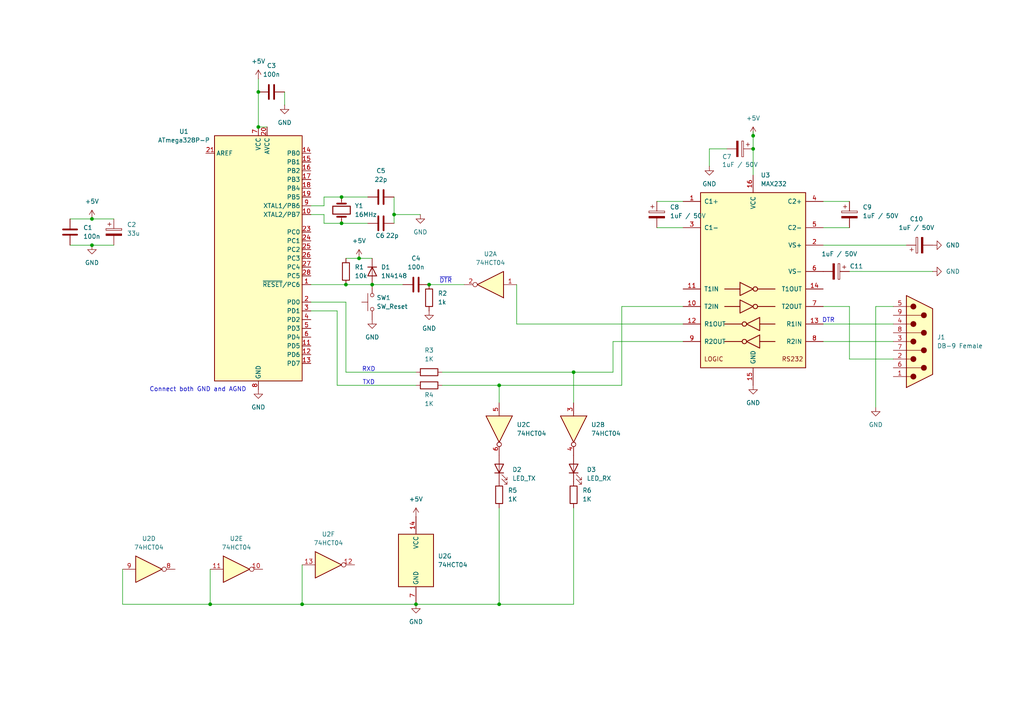
<source format=kicad_sch>
(kicad_sch (version 20231120) (generator "eeschema") (generator_version "8.0")
  (paper "A4")
  (title_block (title "Retroduino") (company "MIT Licensed"))
  (lib_symbols
    (symbol "74xx:74HCT04"
      (property "Reference" "U" (at 0 1.27 0))
      (property "Value" "74HCT04" (at 0 -1.27 0))
      (symbol "74HCT04_1_0"
        (polyline (pts (xy -3.81 3.81) (xy -3.81 -3.81) (xy 3.81 0) (xy -3.81 3.81)) (stroke (width 0.254)) (fill (type background)))
        (pin input line (at -7.62 0 0) (length 3.81) (name "~") (number "1"))
        (pin output inverted (at 7.62 0 180) (length 3.81) (name "~") (number "2"))
      )
      (symbol "74HCT04_2_0"
        (polyline (pts (xy -3.81 3.81) (xy -3.81 -3.81) (xy 3.81 0) (xy -3.81 3.81)) (stroke (width 0.254)) (fill (type background)))
        (pin input line (at -7.62 0 0) (length 3.81) (name "~") (number "3"))
        (pin output inverted (at 7.62 0 180) (length 3.81) (name "~") (number "4"))
      )
      (symbol "74HCT04_3_0"
        (polyline (pts (xy -3.81 3.81) (xy -3.81 -3.81) (xy 3.81 0) (xy -3.81 3.81)) (stroke (width 0.254)) (fill (type background)))
        (pin input line (at -7.62 0 0) (length 3.81) (name "~") (number "5"))
        (pin output inverted (at 7.62 0 180) (length 3.81) (name "~") (number "6"))
      )
      (symbol "74HCT04_4_0"
        (polyline (pts (xy -3.81 3.81) (xy -3.81 -3.81) (xy 3.81 0) (xy -3.81 3.81)) (stroke (width 0.254)) (fill (type background)))
        (pin output inverted (at 7.62 0 180) (length 3.81) (name "~") (number "8"))
        (pin input line (at -7.62 0 0) (length 3.81) (name "~") (number "9"))
      )
      (symbol "74HCT04_5_0"
        (polyline (pts (xy -3.81 3.81) (xy -3.81 -3.81) (xy 3.81 0) (xy -3.81 3.81)) (stroke (width 0.254)) (fill (type background)))
        (pin output inverted (at 7.62 0 180) (length 3.81) (name "~") (number "10"))
        (pin input line (at -7.62 0 0) (length 3.81) (name "~") (number "11"))
      )
      (symbol "74HCT04_6_0"
        (polyline (pts (xy -3.81 3.81) (xy -3.81 -3.81) (xy 3.81 0) (xy -3.81 3.81)) (stroke (width 0.254)) (fill (type background)))
        (pin output inverted (at 7.62 0 180) (length 3.81) (name "~") (number "12"))
        (pin input line (at -7.62 0 0) (length 3.81) (name "~") (number "13"))
      )
      (symbol "74HCT04_7_0"
        (pin power_in line (at 0 12.7 270) (length 5.08) (name "VCC") (number "14"))
        (pin power_in line (at 0 -12.7 90) (length 5.08) (name "GND") (number "7"))
      )
      (symbol "74HCT04_7_1"
        (rectangle (start -5.08 7.62) (end 5.08 -7.62) (stroke (width 0.254)) (fill (type background)))
      )
    )
    (symbol "Connector:DE9_Plug" (pin_names (offset 1.016) hide)
      (property "Reference" "J" (at 0 13.97 0))
      (property "Value" "DE9_Plug" (at 0 -14.605 0))
      (symbol "DE9_Plug_0_1"
        (circle (center -1.778 -10.16) (radius 0.762) (fill (type outline)))
        (circle (center -1.778 -5.08) (radius 0.762) (fill (type outline)))
        (circle (center -1.778 0) (radius 0.762) (fill (type outline)))
        (circle (center -1.778 5.08) (radius 0.762) (fill (type outline)))
        (circle (center -1.778 10.16) (radius 0.762) (fill (type outline)))
        (polyline (pts (xy -3.81 -10.16) (xy -2.54 -10.16)))
        (polyline (pts (xy -3.81 -7.62) (xy 0.508 -7.62)))
        (polyline (pts (xy -3.81 -5.08) (xy -2.54 -5.08)))
        (polyline (pts (xy -3.81 -2.54) (xy 0.508 -2.54)))
        (polyline (pts (xy -3.81 0) (xy -2.54 0)))
        (polyline (pts (xy -3.81 2.54) (xy 0.508 2.54)))
        (polyline (pts (xy -3.81 5.08) (xy -2.54 5.08)))
        (polyline (pts (xy -3.81 7.62) (xy 0.508 7.62)))
        (polyline (pts (xy -3.81 10.16) (xy -2.54 10.16)))
        (polyline (pts (xy -3.81 -13.335) (xy -3.81 13.335) (xy 3.81 9.525) (xy 3.81 -9.525) (xy -3.81 -13.335)) (stroke (width 0.254)) (fill (type background)))
        (circle (center 1.27 -7.62) (radius 0.762) (fill (type outline)))
        (circle (center 1.27 -2.54) (radius 0.762) (fill (type outline)))
        (circle (center 1.27 2.54) (radius 0.762) (fill (type outline)))
        (circle (center 1.27 7.62) (radius 0.762) (fill (type outline)))
      )
      (symbol "DE9_Plug_1_1"
        (pin passive line (at -7.62 -10.16 0) (length 3.81) (name "1") (number "1"))
        (pin passive line (at -7.62 -5.08 0) (length 3.81) (name "2") (number "2"))
        (pin passive line (at -7.62 0 0) (length 3.81) (name "3") (number "3"))
        (pin passive line (at -7.62 5.08 0) (length 3.81) (name "4") (number "4"))
        (pin passive line (at -7.62 10.16 0) (length 3.81) (name "5") (number "5"))
        (pin passive line (at -7.62 -7.62 0) (length 3.81) (name "6") (number "6"))
        (pin passive line (at -7.62 -2.54 0) (length 3.81) (name "7") (number "7"))
        (pin passive line (at -7.62 2.54 0) (length 3.81) (name "8") (number "8"))
        (pin passive line (at -7.62 7.62 0) (length 3.81) (name "9") (number "9"))
      )
    )
    (symbol "Device:C" (pin_numbers hide) (pin_names (offset 0.254))
      (property "Reference" "C" (at 0.635 2.54 0))
      (property "Value" "C" (at 0.635 -2.54 0))
      (symbol "C_0_1"
        (polyline (pts (xy -2.032 -0.762) (xy 2.032 -0.762)) (stroke (width 0.508)))
        (polyline (pts (xy -2.032 0.762) (xy 2.032 0.762)) (stroke (width 0.508)))
      )
      (symbol "C_1_1"
        (pin passive line (at 0 3.81 270) (length 2.794) (name "~") (number "1"))
        (pin passive line (at 0 -3.81 90) (length 2.794) (name "~") (number "2"))
      )
    )
    (symbol "Device:C_Polarized" (pin_numbers hide) (pin_names (offset 0.254))
      (property "Reference" "C" (at 0.635 2.54 0))
      (property "Value" "C_Polarized" (at 0.635 -2.54 0))
      (symbol "C_Polarized_0_1"
        (rectangle (start -2.286 0.508) (end 2.286 1.016))
        (polyline (pts (xy -1.778 2.286) (xy -0.762 2.286)))
        (polyline (pts (xy -1.27 2.794) (xy -1.27 1.778)))
        (rectangle (start 2.286 -0.508) (end -2.286 -1.016) (fill (type outline)))
      )
      (symbol "C_Polarized_1_1"
        (pin passive line (at 0 3.81 270) (length 2.794) (name "~") (number "1"))
        (pin passive line (at 0 -3.81 90) (length 2.794) (name "~") (number "2"))
      )
    )
    (symbol "Device:Crystal" (pin_numbers hide) (pin_names (offset 1.016) hide)
      (property "Reference" "Y" (at 0 3.81 0))
      (property "Value" "Crystal" (at 0 -3.81 0))
      (symbol "Crystal_0_1"
        (rectangle (start -1.143 2.54) (end 1.143 -2.54) (stroke (width 0.3048)))
        (polyline (pts (xy -2.54 0) (xy -1.905 0)))
        (polyline (pts (xy -1.905 -1.27) (xy -1.905 1.27)) (stroke (width 0.508)))
        (polyline (pts (xy 1.905 -1.27) (xy 1.905 1.27)) (stroke (width 0.508)))
        (polyline (pts (xy 2.54 0) (xy 1.905 0)))
      )
      (symbol "Crystal_1_1"
        (pin passive line (at -3.81 0 0) (length 1.27) (name "1") (number "1"))
        (pin passive line (at 3.81 0 180) (length 1.27) (name "2") (number "2"))
      )
    )
    (symbol "Device:D" (pin_numbers hide) (pin_names (offset 1.016) hide)
      (property "Reference" "D" (at 0 2.54 0))
      (property "Value" "D" (at 0 -2.54 0))
      (symbol "D_0_1"
        (polyline (pts (xy -1.27 1.27) (xy -1.27 -1.27)) (stroke (width 0.254)))
        (polyline (pts (xy 1.27 0) (xy -1.27 0)))
        (polyline (pts (xy 1.27 1.27) (xy 1.27 -1.27) (xy -1.27 0) (xy 1.27 1.27)) (stroke (width 0.254)))
      )
      (symbol "D_1_1"
        (pin passive line (at -3.81 0 0) (length 2.54) (name "K") (number "1"))
        (pin passive line (at 3.81 0 180) (length 2.54) (name "A") (number "2"))
      )
    )
    (symbol "Device:LED" (pin_numbers hide) (pin_names (offset 1.016) hide)
      (property "Reference" "D" (at 0 2.54 0))
      (property "Value" "LED" (at 0 -2.54 0))
      (symbol "LED_0_1"
        (polyline (pts (xy -1.27 -1.27) (xy -1.27 1.27)) (stroke (width 0.254)))
        (polyline (pts (xy -1.27 0) (xy 1.27 0)))
        (polyline (pts (xy 1.27 -1.27) (xy 1.27 1.27) (xy -1.27 0) (xy 1.27 -1.27)) (stroke (width 0.254)))
        (polyline (pts (xy -3.048 -0.762) (xy -4.572 -2.286) (xy -3.81 -2.286) (xy -4.572 -2.286) (xy -4.572 -1.524)))
        (polyline (pts (xy -1.778 -0.762) (xy -3.302 -2.286) (xy -2.54 -2.286) (xy -3.302 -2.286) (xy -3.302 -1.524)))
      )
      (symbol "LED_1_1"
        (pin passive line (at -3.81 0 0) (length 2.54) (name "K") (number "1"))
        (pin passive line (at 3.81 0 180) (length 2.54) (name "A") (number "2"))
      )
    )
    (symbol "Device:R" (pin_numbers hide) (pin_names (offset 0))
      (property "Reference" "R" (at 2.032 0 90))
      (property "Value" "R" (at 0 0 90))
      (symbol "R_0_1"
        (rectangle (start -1.016 -2.54) (end 1.016 2.54) (stroke (width 0.254)))
      )
      (symbol "R_1_1"
        (pin passive line (at 0 3.81 270) (length 1.27) (name "~") (number "1"))
        (pin passive line (at 0 -3.81 90) (length 1.27) (name "~") (number "2"))
      )
    )
    (symbol "Interface_UART:MAX232" (pin_names (offset 1.016))
      (property "Reference" "U" (at -2.54 28.575 0))
      (property "Value" "MAX232" (at -2.54 26.67 0))
      (symbol "MAX232_0_0"
        (text "LOGIC" (at -11.43 -22.86 0) (effects (font (size 1.27 1.27))))
        (text "RS232" (at 11.43 -22.86 0) (effects (font (size 1.27 1.27))))
      )
      (symbol "MAX232_0_1"
        (rectangle (start -15.24 -25.4) (end 15.24 25.4) (stroke (width 0.254)) (fill (type background)))
        (circle (center -2.54 -17.78) (radius 0.635) (stroke (width 0.254)))
        (circle (center -2.54 -12.7) (radius 0.635) (stroke (width 0.254)))
        (polyline (pts (xy -3.81 -7.62) (xy -8.255 -7.62)) (stroke (width 0.254)))
        (polyline (pts (xy -3.81 -2.54) (xy -8.255 -2.54)) (stroke (width 0.254)))
        (polyline (pts (xy -3.175 -17.78) (xy -8.255 -17.78)) (stroke (width 0.254)))
        (polyline (pts (xy -3.175 -12.7) (xy -8.255 -12.7)) (stroke (width 0.254)))
        (polyline (pts (xy 1.27 -7.62) (xy 6.35 -7.62)) (stroke (width 0.254)))
        (polyline (pts (xy 1.27 -2.54) (xy 6.35 -2.54)) (stroke (width 0.254)))
        (polyline (pts (xy 1.905 -17.78) (xy 6.35 -17.78)) (stroke (width 0.254)))
        (polyline (pts (xy 1.905 -12.7) (xy 6.35 -12.7)) (stroke (width 0.254)))
        (polyline (pts (xy -3.81 -5.715) (xy -3.81 -9.525) (xy 0 -7.62) (xy -3.81 -5.715)) (stroke (width 0.254)))
        (polyline (pts (xy -3.81 -0.635) (xy -3.81 -4.445) (xy 0 -2.54) (xy -3.81 -0.635)) (stroke (width 0.254)))
        (polyline (pts (xy 1.905 -15.875) (xy 1.905 -19.685) (xy -1.905 -17.78) (xy 1.905 -15.875)) (stroke (width 0.254)))
        (polyline (pts (xy 1.905 -10.795) (xy 1.905 -14.605) (xy -1.905 -12.7) (xy 1.905 -10.795)) (stroke (width 0.254)))
        (circle (center 0.635 -7.62) (radius 0.635) (stroke (width 0.254)))
        (circle (center 0.635 -2.54) (radius 0.635) (stroke (width 0.254)))
      )
      (symbol "MAX232_1_1"
        (pin passive line (at -20.32 22.86 0) (length 5.08) (name "C1+") (number "1"))
        (pin input line (at -20.32 -7.62 0) (length 5.08) (name "T2IN") (number "10"))
        (pin input line (at -20.32 -2.54 0) (length 5.08) (name "T1IN") (number "11"))
        (pin output line (at -20.32 -12.7 0) (length 5.08) (name "R1OUT") (number "12"))
        (pin input line (at 20.32 -12.7 180) (length 5.08) (name "R1IN") (number "13"))
        (pin output line (at 20.32 -2.54 180) (length 5.08) (name "T1OUT") (number "14"))
        (pin power_in line (at 0 -30.48 90) (length 5.08) (name "GND") (number "15"))
        (pin power_in line (at 0 30.48 270) (length 5.08) (name "VCC") (number "16"))
        (pin power_out line (at 20.32 10.16 180) (length 5.08) (name "VS+") (number "2"))
        (pin passive line (at -20.32 15.24 0) (length 5.08) (name "C1-") (number "3"))
        (pin passive line (at 20.32 22.86 180) (length 5.08) (name "C2+") (number "4"))
        (pin passive line (at 20.32 15.24 180) (length 5.08) (name "C2-") (number "5"))
        (pin power_out line (at 20.32 2.54 180) (length 5.08) (name "VS-") (number "6"))
        (pin output line (at 20.32 -7.62 180) (length 5.08) (name "T2OUT") (number "7"))
        (pin input line (at 20.32 -17.78 180) (length 5.08) (name "R2IN") (number "8"))
        (pin output line (at -20.32 -17.78 0) (length 5.08) (name "R2OUT") (number "9"))
      )
    )
    (symbol "MCU_Microchip_ATmega:ATmega328P-P"
      (property "Reference" "U" (at -12.7 36.83 0))
      (property "Value" "ATmega328P-P" (at 2.54 -36.83 0))
      (symbol "ATmega328P-P_0_1"
        (rectangle (start -12.7 -35.56) (end 12.7 35.56) (stroke (width 0.254)) (fill (type background)))
      )
      (symbol "ATmega328P-P_1_1"
        (pin bidirectional line (at 15.24 -7.62 180) (length 2.54) (name "~{RESET}/PC6") (number "1"))
        (pin bidirectional line (at 15.24 12.7 180) (length 2.54) (name "XTAL2/PB7") (number "10"))
        (pin bidirectional line (at 15.24 -25.4 180) (length 2.54) (name "PD5") (number "11"))
        (pin bidirectional line (at 15.24 -27.94 180) (length 2.54) (name "PD6") (number "12"))
        (pin bidirectional line (at 15.24 -30.48 180) (length 2.54) (name "PD7") (number "13"))
        (pin bidirectional line (at 15.24 30.48 180) (length 2.54) (name "PB0") (number "14"))
        (pin bidirectional line (at 15.24 27.94 180) (length 2.54) (name "PB1") (number "15"))
        (pin bidirectional line (at 15.24 25.4 180) (length 2.54) (name "PB2") (number "16"))
        (pin bidirectional line (at 15.24 22.86 180) (length 2.54) (name "PB3") (number "17"))
        (pin bidirectional line (at 15.24 20.32 180) (length 2.54) (name "PB4") (number "18"))
        (pin bidirectional line (at 15.24 17.78 180) (length 2.54) (name "PB5") (number "19"))
        (pin bidirectional line (at 15.24 -12.7 180) (length 2.54) (name "PD0") (number "2"))
        (pin power_in line (at 2.54 38.1 270) (length 2.54) (name "AVCC") (number "20"))
        (pin passive line (at -15.24 30.48 0) (length 2.54) (name "AREF") (number "21"))
        (pin passive line (at 0 -38.1 90) (length 2.54) hide (name "GND") (number "22"))
        (pin bidirectional line (at 15.24 7.62 180) (length 2.54) (name "PC0") (number "23"))
        (pin bidirectional line (at 15.24 5.08 180) (length 2.54) (name "PC1") (number "24"))
        (pin bidirectional line (at 15.24 2.54 180) (length 2.54) (name "PC2") (number "25"))
        (pin bidirectional line (at 15.24 0 180) (length 2.54) (name "PC3") (number "26"))
        (pin bidirectional line (at 15.24 -2.54 180) (length 2.54) (name "PC4") (number "27"))
        (pin bidirectional line (at 15.24 -5.08 180) (length 2.54) (name "PC5") (number "28"))
        (pin bidirectional line (at 15.24 -15.24 180) (length 2.54) (name "PD1") (number "3"))
        (pin bidirectional line (at 15.24 -17.78 180) (length 2.54) (name "PD2") (number "4"))
        (pin bidirectional line (at 15.24 -20.32 180) (length 2.54) (name "PD3") (number "5"))
        (pin bidirectional line (at 15.24 -22.86 180) (length 2.54) (name "PD4") (number "6"))
        (pin power_in line (at 0 38.1 270) (length 2.54) (name "VCC") (number "7"))
        (pin power_in line (at 0 -38.1 90) (length 2.54) (name "GND") (number "8"))
        (pin bidirectional line (at 15.24 15.24 180) (length 2.54) (name "XTAL1/PB6") (number "9"))
      )
    )
    (symbol "Switch:SW_Push" (pin_numbers hide) (pin_names (offset 1.016) hide)
      (property "Reference" "SW" (at 1.27 2.54 0))
      (property "Value" "SW_Push" (at 0 -1.524 0))
      (symbol "SW_Push_0_1"
        (circle (center -2.032 0) (radius 0.508))
        (polyline (pts (xy 0 1.27) (xy 0 3.048)))
        (polyline (pts (xy 2.54 1.27) (xy -2.54 1.27)))
        (circle (center 2.032 0) (radius 0.508))
        (pin passive line (at -5.08 0 0) (length 2.54) (name "1") (number "1"))
        (pin passive line (at 5.08 0 180) (length 2.54) (name "2") (number "2"))
      )
    )
    (symbol "power:+5V" (power) (pin_numbers hide) (pin_names (offset 0) hide)
      (property "Value" "+5V" (at 0 3.556 0))
      (symbol "+5V_0_1"
        (polyline (pts (xy -0.762 1.27) (xy 0 2.54)))
        (polyline (pts (xy 0 0) (xy 0 2.54)))
        (polyline (pts (xy 0 2.54) (xy 0.762 1.27)))
      )
      (symbol "+5V_1_1"
        (pin power_in line (at 0 0 90) (length 0) (name "~") (number "1"))
      )
    )
    (symbol "power:GND" (power) (pin_numbers hide) (pin_names (offset 0) hide)
      (property "Value" "GND" (at 0 -3.81 0))
      (symbol "GND_0_1"
        (polyline (pts (xy 0 0) (xy 0 -1.27) (xy 1.27 -1.27) (xy 0 -2.54) (xy -1.27 -1.27) (xy 0 -1.27)))
      )
      (symbol "GND_1_1"
        (pin power_in line (at 0 0 270) (length 0) (name "~") (number "1"))
      )
    )
  )
  (junction (at 26.67 71.12))
  (junction (at 74.93 26.67))
  (junction (at 166.37 107.95))
  (junction (at 107.95 82.55))
  (junction (at 218.44 39.37))
  (junction (at 99.06 57.15))
  (junction (at 120.65 175.26))
  (junction (at 60.96 175.26))
  (junction (at 104.14 74.93))
  (junction (at 144.78 175.26))
  (junction (at 26.67 63.5))
  (junction (at 218.44 43.18))
  (junction (at 99.06 64.77))
  (junction (at 144.78 111.76))
  (junction (at 87.63 175.26))
  (junction (at 100.33 82.55))
  (junction (at 124.46 82.55))
  (junction (at 74.93 36.83))
  (junction (at 114.3 62.23))
  (wire (pts (xy 238.76 66.04) (xy 246.38 66.04)))
  (wire (pts (xy 100.33 74.93) (xy 104.14 74.93)))
  (wire (pts (xy 198.12 99.06) (xy 177.8 99.06)))
  (wire (pts (xy 100.33 87.63) (xy 100.33 107.95)))
  (wire (pts (xy 93.98 57.15) (xy 93.98 59.69)))
  (wire (pts (xy 238.76 71.12) (xy 262.89 71.12)))
  (wire (pts (xy 26.67 63.5) (xy 33.02 63.5)))
  (wire (pts (xy 100.33 82.55) (xy 107.95 82.55)))
  (wire (pts (xy 177.8 99.06) (xy 177.8 107.95)))
  (wire (pts (xy 259.08 88.9) (xy 254 88.9)))
  (wire (pts (xy 35.56 165.1) (xy 35.56 175.26)))
  (wire (pts (xy 99.06 64.77) (xy 93.98 64.77)))
  (wire (pts (xy 20.32 71.12) (xy 26.67 71.12)))
  (wire (pts (xy 87.63 175.26) (xy 120.65 175.26)))
  (wire (pts (xy 74.93 26.67) (xy 74.93 36.83)))
  (wire (pts (xy 238.76 93.98) (xy 259.08 93.98)))
  (wire (pts (xy 166.37 175.26) (xy 144.78 175.26)))
  (wire (pts (xy 97.79 90.17) (xy 97.79 111.76)))
  (wire (pts (xy 20.32 63.5) (xy 26.67 63.5)))
  (wire (pts (xy 246.38 88.9) (xy 238.76 88.9)))
  (wire (pts (xy 114.3 57.15) (xy 114.3 62.23)))
  (wire (pts (xy 246.38 78.74) (xy 270.51 78.74)))
  (wire (pts (xy 218.44 38.1) (xy 218.44 39.37)))
  (wire (pts (xy 74.93 22.86) (xy 74.93 26.67)))
  (wire (pts (xy 166.37 147.32) (xy 166.37 175.26)))
  (wire (pts (xy 218.44 39.37) (xy 218.44 43.18)))
  (wire (pts (xy 114.3 62.23) (xy 114.3 64.77)))
  (wire (pts (xy 210.82 43.18) (xy 205.74 43.18)))
  (wire (pts (xy 144.78 175.26) (xy 144.78 147.32)))
  (wire (pts (xy 60.96 175.26) (xy 60.96 165.1)))
  (wire (pts (xy 90.17 90.17) (xy 97.79 90.17)))
  (wire (pts (xy 99.06 57.15) (xy 93.98 57.15)))
  (wire (pts (xy 166.37 107.95) (xy 128.27 107.95)))
  (wire (pts (xy 93.98 59.69) (xy 90.17 59.69)))
  (wire (pts (xy 90.17 87.63) (xy 100.33 87.63)))
  (wire (pts (xy 99.06 64.77) (xy 106.68 64.77)))
  (wire (pts (xy 93.98 62.23) (xy 90.17 62.23)))
  (wire (pts (xy 93.98 64.77) (xy 93.98 62.23)))
  (wire (pts (xy 107.95 82.55) (xy 116.84 82.55)))
  (wire (pts (xy 254 88.9) (xy 254 118.11)))
  (wire (pts (xy 166.37 107.95) (xy 166.37 116.84)))
  (wire (pts (xy 99.06 57.15) (xy 106.68 57.15)))
  (wire (pts (xy 149.86 93.98) (xy 149.86 82.55)))
  (wire (pts (xy 87.63 163.83) (xy 87.63 175.26)))
  (wire (pts (xy 198.12 93.98) (xy 149.86 93.98)))
  (wire (pts (xy 198.12 88.9) (xy 180.34 88.9)))
  (wire (pts (xy 144.78 111.76) (xy 128.27 111.76)))
  (wire (pts (xy 180.34 88.9) (xy 180.34 111.76)))
  (wire (pts (xy 82.55 26.67) (xy 82.55 30.48)))
  (wire (pts (xy 90.17 82.55) (xy 100.33 82.55)))
  (wire (pts (xy 104.14 74.93) (xy 107.95 74.93)))
  (wire (pts (xy 120.65 175.26) (xy 144.78 175.26)))
  (wire (pts (xy 180.34 111.76) (xy 144.78 111.76)))
  (wire (pts (xy 124.46 82.55) (xy 134.62 82.55)))
  (wire (pts (xy 144.78 111.76) (xy 144.78 116.84)))
  (wire (pts (xy 218.44 43.18) (xy 218.44 50.8)))
  (wire (pts (xy 97.79 111.76) (xy 120.65 111.76)))
  (wire (pts (xy 190.5 66.04) (xy 198.12 66.04)))
  (wire (pts (xy 100.33 107.95) (xy 120.65 107.95)))
  (wire (pts (xy 177.8 107.95) (xy 166.37 107.95)))
  (wire (pts (xy 205.74 43.18) (xy 205.74 48.26)))
  (wire (pts (xy 190.5 58.42) (xy 198.12 58.42)))
  (wire (pts (xy 259.08 104.14) (xy 246.38 104.14)))
  (wire (pts (xy 246.38 104.14) (xy 246.38 88.9)))
  (wire (pts (xy 87.63 175.26) (xy 60.96 175.26)))
  (wire (pts (xy 238.76 58.42) (xy 246.38 58.42)))
  (wire (pts (xy 74.93 36.83) (xy 77.47 36.83)))
  (wire (pts (xy 26.67 71.12) (xy 33.02 71.12)))
  (wire (pts (xy 35.56 175.26) (xy 60.96 175.26)))
  (wire (pts (xy 238.76 99.06) (xy 259.08 99.06)))
  (wire (pts (xy 114.3 62.23) (xy 121.92 62.23)))
  (text "~{DTR}" (at 129.286 81.534 0) (effects (font (size 1.27 1.27))))
  (text "RXD\n" (at 106.934 107.188 0) (effects (font (size 1.27 1.27))))
  (text "TXD\n" (at 106.934 110.998 0) (effects (font (size 1.27 1.27))))
  (text "DTR\n" (at 240.284 92.964 0) (effects (font (size 1.27 1.27))))
  (text "Connect both GND and AGND\n" (at 57.404 113.03 0) (effects (font (size 1.27 1.27))))
  (symbol (lib_id "MCU_Microchip_ATmega:ATmega328P-P") (at 74.93 74.93 0) (unit 1)
    (property "Reference" "U1" (at 53.34 38.1314 0))
    (property "Value" "ATmega328P-P" (at 53.34 40.6714 0))
    (property "Footprint" "Package_DIP:DIP-28_W7.62mm" (effects (hide yes)))
    (property "Datasheet" "http://ww1.microchip.com/downloads/en/DeviceDoc/ATmega328_P%20AVR%20MCU%20with%20picoPower%20Technology%20Data%20Sheet%2040001984A.pdf" (effects (hide yes)))
    (property "Description" "20MHz, 32kB Flash, 2kB SRAM, 1kB EEPROM, DIP-28" (effects (hide yes)))
  )
  (symbol (lib_id "Device:R") (at 100.33 78.74 0) (unit 1)
    (property "Reference" "R1" (at 102.87 77.4699 0) (effects (justify left)))
    (property "Value" "10k" (at 102.87 80.0099 0) (effects (justify left)))
    (property "Description" "Resistor" (effects (hide yes)))
  )
  (symbol (lib_id "Device:C") (at 78.74 26.67 90) (unit 1)
    (property "Reference" "C3" (at 78.74 19.05 90))
    (property "Value" "100n" (at 78.74 21.59 90))
    (property "Description" "Unpolarized capacitor" (effects (hide yes)))
  )
  (symbol (lib_id "power:GND") (at 270.51 71.12 90) (unit 1)
    (property "Reference" "#PWR013" (effects (hide yes)))
    (property "Value" "GND" (at 274.32 71.1199 90) (effects (justify right)))
    (property "Description" "Power symbol creates a global label with name \"GND\" , ground" (effects (hide yes)))
  )
  (symbol (lib_id "Device:R") (at 144.78 143.51 0) (unit 1)
    (property "Reference" "R5" (at 147.32 142.2399 0) (effects (justify left)))
    (property "Value" "1K" (at 147.32 144.7799 0) (effects (justify left)))
    (property "Description" "Resistor" (effects (hide yes)))
  )
  (symbol (lib_id "Device:C") (at 120.65 82.55 90) (unit 1)
    (property "Reference" "C4" (at 120.65 74.93 90))
    (property "Value" "100n" (at 120.65 77.47 90))
    (property "Description" "Unpolarized capacitor" (effects (hide yes)))
  )
  (symbol (lib_id "power:GND") (at 107.95 92.71 0) (unit 1)
    (property "Reference" "#PWR08" (effects (hide yes)))
    (property "Value" "GND" (at 107.95 97.79 0))
    (property "Description" "Power symbol creates a global label with name \"GND\" , ground" (effects (hide yes)))
  )
  (symbol (lib_id "power:GND") (at 218.44 111.76 0) (unit 1)
    (property "Reference" "#PWR010" (effects (hide yes)))
    (property "Value" "GND" (at 218.44 116.84 0))
    (property "Description" "Power symbol creates a global label with name \"GND\" , ground" (effects (hide yes)))
  )
  (symbol (lib_id "power:GND") (at 26.67 71.12 0) (unit 1)
    (property "Reference" "#PWR01" (effects (hide yes)))
    (property "Value" "GND" (at 26.67 76.2 0))
    (property "Description" "Power symbol creates a global label with name \"GND\" , ground" (effects (hide yes)))
  )
  (symbol (lib_id "Device:C_Polarized") (at 242.57 78.74 270) (unit 1)
    (property "Reference" "C11" (at 248.412 77.216 90))
    (property "Value" "1uF / 50V" (at 243.459 73.66 90))
    (property "Description" "Polarized capacitor" (effects (hide yes)))
  )
  (symbol (lib_id "power:GND") (at 270.51 78.74 90) (unit 1)
    (property "Reference" "#PWR014" (effects (hide yes)))
    (property "Value" "GND" (at 274.32 78.7399 90) (effects (justify right)))
    (property "Description" "Power symbol creates a global label with name \"GND\" , ground" (effects (hide yes)))
  )
  (symbol (lib_id "74xx:74HCT04") (at 43.18 165.1 0) (unit 4)
    (property "Reference" "U2" (at 43.18 156.21 0))
    (property "Value" "74HCT04" (at 43.18 158.75 0))
    (property "Datasheet" "https://assets.nexperia.com/documents/data-sheet/74HC_HCT04.pdf" (effects (hide yes)))
    (property "Description" "Hex Inverter" (effects (hide yes)))
  )
  (symbol (lib_id "power:+5V") (at 104.14 74.93 0) (unit 1)
    (property "Reference" "#PWR06" (effects (hide yes)))
    (property "Value" "+5V" (at 104.14 69.85 0))
    (property "Description" "Power symbol creates a global label with name \"+5V\"" (effects (hide yes)))
  )
  (symbol (lib_id "power:+5V") (at 120.65 149.86 0) (unit 1)
    (property "Reference" "#PWR017" (effects (hide yes)))
    (property "Value" "+5V" (at 120.65 144.78 0))
    (property "Description" "Power symbol creates a global label with name \"+5V\"" (effects (hide yes)))
  )
  (symbol (lib_id "Interface_UART:MAX232") (at 218.44 81.28 0) (unit 1)
    (property "Reference" "U3" (at 220.6341 50.8 0) (effects (justify left)))
    (property "Value" "MAX232" (at 220.6341 53.34 0) (effects (justify left)))
    (property "Datasheet" "http://www.ti.com/lit/ds/symlink/max232.pdf" (effects (hide yes)))
    (property "Description" "Dual RS232 driver/receiver, 5V supply, 120kb/s, 0C-70C" (effects (hide yes)))
  )
  (symbol (lib_id "74xx:74HCT04") (at 120.65 162.56 0) (unit 7)
    (property "Reference" "U2" (at 127 161.2899 0) (effects (justify left)))
    (property "Value" "74HCT04" (at 127 163.8299 0) (effects (justify left)))
    (property "Datasheet" "https://assets.nexperia.com/documents/data-sheet/74HC_HCT04.pdf" (effects (hide yes)))
    (property "Description" "Hex Inverter" (effects (hide yes)))
  )
  (symbol (lib_id "power:GND") (at 205.74 48.26 0) (unit 1)
    (property "Reference" "#PWR012" (effects (hide yes)))
    (property "Value" "GND" (at 205.74 53.34 0))
    (property "Description" "Power symbol creates a global label with name \"GND\" , ground" (effects (hide yes)))
  )
  (symbol (lib_id "power:GND") (at 124.46 90.17 0) (unit 1)
    (property "Reference" "#PWR07" (effects (hide yes)))
    (property "Value" "GND" (at 124.46 95.25 0))
    (property "Description" "Power symbol creates a global label with name \"GND\" , ground" (effects (hide yes)))
  )
  (symbol (lib_id "Device:D") (at 107.95 78.74 270) (unit 1)
    (property "Reference" "D1" (at 110.49 77.4699 90) (effects (justify left)))
    (property "Value" "1N4148" (at 110.49 80.0099 90) (effects (justify left)))
    (property "Description" "Diode" (effects (hide yes)))
    (property "Sim.Device" "D" (effects (hide yes)))
    (property "Sim.Pins" "1=K 2=A" (effects (hide yes)))
  )
  (symbol (lib_id "Device:C") (at 20.32 67.31 0) (unit 1)
    (property "Reference" "C1" (at 24.13 66.0399 0) (effects (justify left)))
    (property "Value" "100n" (at 24.13 68.5799 0) (effects (justify left)))
    (property "Description" "Unpolarized capacitor" (effects (hide yes)))
  )
  (symbol (lib_id "Device:C_Polarized") (at 266.7 71.12 90) (unit 1)
    (property "Reference" "C10" (at 265.811 63.5 90))
    (property "Value" "1uF / 50V" (at 265.811 66.04 90))
    (property "Description" "Polarized capacitor" (effects (hide yes)))
  )
  (symbol (lib_id "Switch:SW_Push") (at 107.95 87.63 90) (unit 1)
    (property "Reference" "SW1" (at 109.22 86.3599 90) (effects (justify right)))
    (property "Value" "SW_Reset" (at 109.22 88.8999 90) (effects (justify right)))
    (property "Description" "Push button switch, generic, two pins" (effects (hide yes)))
  )
  (symbol (lib_id "Device:Crystal") (at 99.06 60.96 90) (unit 1)
    (property "Reference" "Y1" (at 102.87 59.6899 90) (effects (justify right)))
    (property "Value" "16MHz" (at 102.87 62.2299 90) (effects (justify right)))
    (property "Description" "Two pin crystal" (effects (hide yes)))
  )
  (symbol (lib_id "Device:C_Polarized") (at 190.5 62.23 0) (unit 1)
    (property "Reference" "C8" (at 194.31 60.0709 0) (effects (justify left)))
    (property "Value" "1uF / 50V" (at 194.31 62.6109 0) (effects (justify left)))
    (property "Description" "Polarized capacitor" (effects (hide yes)))
  )
  (symbol (lib_id "Connector:DE9_Plug") (at 266.7 99.06 0) (unit 1)
    (property "Reference" "J1" (at 271.78 97.7899 0) (effects (justify left)))
    (property "Value" "DB-9 Female" (at 271.78 100.3299 0) (effects (justify left)))
    (property "Description" "9-pin male plug pin D-SUB connector" (effects (hide yes)))
  )
  (symbol (lib_id "Device:R") (at 124.46 86.36 0) (unit 1)
    (property "Reference" "R2" (at 127 85.0899 0) (effects (justify left)))
    (property "Value" "1k" (at 127 87.6299 0) (effects (justify left)))
    (property "Description" "Resistor" (effects (hide yes)))
  )
  (symbol (lib_id "Device:R") (at 124.46 107.95 270) (unit 1)
    (property "Reference" "R3" (at 124.46 101.6 90))
    (property "Value" "1K" (at 124.46 104.14 90))
    (property "Description" "Resistor" (effects (hide yes)))
  )
  (symbol (lib_id "power:GND") (at 254 118.11 0) (unit 1)
    (property "Reference" "#PWR015" (effects (hide yes)))
    (property "Value" "GND" (at 254 123.19 0))
    (property "Description" "Power symbol creates a global label with name \"GND\" , ground" (effects (hide yes)))
  )
  (symbol (lib_id "power:GND") (at 121.92 62.23 0) (unit 1)
    (property "Reference" "#PWR09" (effects (hide yes)))
    (property "Value" "GND" (at 121.92 67.31 0))
    (property "Description" "Power symbol creates a global label with name \"GND\" , ground" (effects (hide yes)))
  )
  (symbol (lib_id "Device:C") (at 110.49 64.77 90) (unit 1)
    (property "Reference" "C6" (at 110.236 68.326 90))
    (property "Value" "22p" (at 113.792 68.326 90))
    (property "Description" "Unpolarized capacitor" (effects (hide yes)))
  )
  (symbol (lib_id "power:GND") (at 82.55 30.48 0) (unit 1)
    (property "Reference" "#PWR05" (effects (hide yes)))
    (property "Value" "GND" (at 82.55 35.56 0))
    (property "Description" "Power symbol creates a global label with name \"GND\" , ground" (effects (hide yes)))
  )
  (symbol (lib_id "74xx:74HCT04") (at 166.37 124.46 270) (unit 2)
    (property "Reference" "U2" (at 171.45 123.1899 90) (effects (justify left)))
    (property "Value" "74HCT04" (at 171.45 125.7299 90) (effects (justify left)))
    (property "Datasheet" "https://assets.nexperia.com/documents/data-sheet/74HC_HCT04.pdf" (effects (hide yes)))
    (property "Description" "Hex Inverter" (effects (hide yes)))
  )
  (symbol (lib_id "74xx:74HCT04") (at 95.25 163.83 0) (unit 6)
    (property "Reference" "U2" (at 95.25 154.94 0))
    (property "Value" "74HCT04" (at 95.25 157.48 0))
    (property "Datasheet" "https://assets.nexperia.com/documents/data-sheet/74HC_HCT04.pdf" (effects (hide yes)))
    (property "Description" "Hex Inverter" (effects (hide yes)))
  )
  (symbol (lib_id "Device:C_Polarized") (at 246.38 62.23 0) (unit 1)
    (property "Reference" "C9" (at 250.19 60.0709 0) (effects (justify left)))
    (property "Value" "1uF / 50V" (at 250.19 62.6109 0) (effects (justify left)))
    (property "Description" "Polarized capacitor" (effects (hide yes)))
  )
  (symbol (lib_id "power:+5V") (at 26.67 63.5 0) (unit 1)
    (property "Reference" "#PWR02" (effects (hide yes)))
    (property "Value" "+5V" (at 26.67 58.42 0))
    (property "Description" "Power symbol creates a global label with name \"+5V\"" (effects (hide yes)))
  )
  (symbol (lib_id "74xx:74HCT04") (at 68.58 165.1 0) (unit 5)
    (property "Reference" "U2" (at 68.58 156.21 0))
    (property "Value" "74HCT04" (at 68.58 158.75 0))
    (property "Datasheet" "https://assets.nexperia.com/documents/data-sheet/74HC_HCT04.pdf" (effects (hide yes)))
    (property "Description" "Hex Inverter" (effects (hide yes)))
  )
  (symbol (lib_id "power:+5V") (at 218.44 39.37 0) (unit 1)
    (property "Reference" "#PWR011" (effects (hide yes)))
    (property "Value" "+5V" (at 218.44 34.29 0))
    (property "Description" "Power symbol creates a global label with name \"+5V\"" (effects (hide yes)))
  )
  (symbol (lib_id "Device:LED") (at 166.37 135.89 90) (unit 1)
    (property "Reference" "D3" (at 170.18 136.2074 90) (effects (justify right)))
    (property "Value" "LED_RX" (at 170.18 138.7474 90) (effects (justify right)))
    (property "Description" "Light emitting diode" (effects (hide yes)))
  )
  (symbol (lib_id "power:GND") (at 74.93 113.03 0) (unit 1)
    (property "Reference" "#PWR03" (effects (hide yes)))
    (property "Value" "GND" (at 74.93 118.11 0))
    (property "Description" "Power symbol creates a global label with name \"GND\" , ground" (effects (hide yes)))
  )
  (symbol (lib_id "Device:C_Polarized") (at 214.63 43.18 270) (unit 1)
    (property "Reference" "C7" (at 210.82 45.466 90))
    (property "Value" "1uF / 50V" (at 214.63 47.752 90))
    (property "Description" "Polarized capacitor" (effects (hide yes)))
  )
  (symbol (lib_id "Device:LED") (at 144.78 135.89 90) (unit 1)
    (property "Reference" "D2" (at 148.59 136.2074 90) (effects (justify right)))
    (property "Value" "LED_TX" (at 148.59 138.7474 90) (effects (justify right)))
    (property "Description" "Light emitting diode" (effects (hide yes)))
  )
  (symbol (lib_id "Device:R") (at 166.37 143.51 0) (unit 1)
    (property "Reference" "R6" (at 168.91 142.2399 0) (effects (justify left)))
    (property "Value" "1K" (at 168.91 144.7799 0) (effects (justify left)))
    (property "Description" "Resistor" (effects (hide yes)))
  )
  (symbol (lib_id "74xx:74HCT04") (at 144.78 124.46 270) (unit 3)
    (property "Reference" "U2" (at 149.86 123.1899 90) (effects (justify left)))
    (property "Value" "74HCT04" (at 149.86 125.7299 90) (effects (justify left)))
    (property "Datasheet" "https://assets.nexperia.com/documents/data-sheet/74HC_HCT04.pdf" (effects (hide yes)))
    (property "Description" "Hex Inverter" (effects (hide yes)))
  )
  (symbol (lib_id "power:+5V") (at 74.93 22.86 0) (unit 1)
    (property "Reference" "#PWR04" (effects (hide yes)))
    (property "Value" "+5V" (at 74.93 17.78 0))
    (property "Description" "Power symbol creates a global label with name \"+5V\"" (effects (hide yes)))
  )
  (symbol (lib_id "Device:C_Polarized") (at 33.02 67.31 0) (unit 1)
    (property "Reference" "C2" (at 36.83 65.1509 0) (effects (justify left)))
    (property "Value" "33u" (at 36.83 67.6909 0) (effects (justify left)))
    (property "Description" "Polarized capacitor" (effects (hide yes)))
  )
  (symbol (lib_id "Device:R") (at 124.46 111.76 90) (unit 1)
    (property "Reference" "R4" (at 124.46 114.554 90))
    (property "Value" "1K" (at 124.46 117.094 90))
    (property "Description" "Resistor" (effects (hide yes)))
  )
  (symbol (lib_id "Device:C") (at 110.49 57.15 270) (unit 1)
    (property "Reference" "C5" (at 110.49 49.53 90))
    (property "Value" "22p" (at 110.49 52.07 90))
    (property "Description" "Unpolarized capacitor" (effects (hide yes)))
  )
  (symbol (lib_id "power:GND") (at 120.65 175.26 0) (unit 1)
    (property "Reference" "#PWR016" (effects (hide yes)))
    (property "Value" "GND" (at 120.65 180.34 0))
    (property "Description" "Power symbol creates a global label with name \"GND\" , ground" (effects (hide yes)))
  )
  (symbol (lib_id "74xx:74HCT04") (at 142.24 82.55 180) (unit 1)
    (property "Reference" "U2" (at 142.24 73.66 0))
    (property "Value" "74HCT04" (at 142.24 76.2 0))
    (property "Datasheet" "https://assets.nexperia.com/documents/data-sheet/74HC_HCT04.pdf" (effects (hide yes)))
    (property "Description" "Hex Inverter" (effects (hide yes)))
  )
)
</source>
